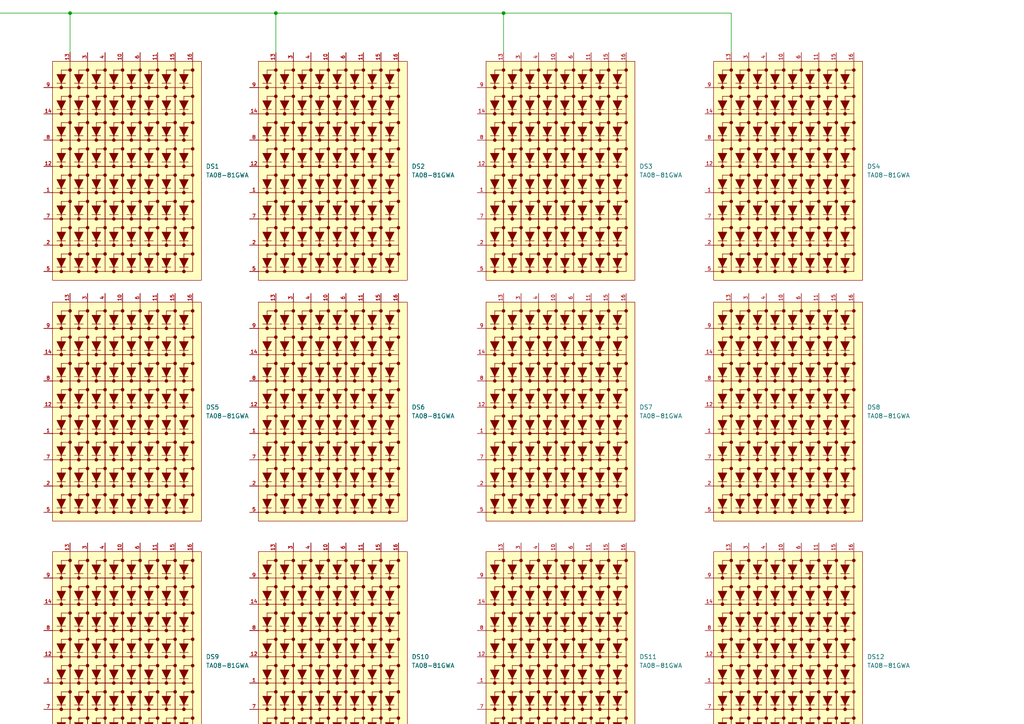
<source format=kicad_sch>
(kicad_sch (version 20231120) (generator "eeschema") (generator_version "8.0")
  (paper "A4")
  (lib_symbols
    (symbol "Device:D" (pin_numbers hide) (pin_names (offset 1.016) hide)
      (property "Reference" "D" (at 0 2.54 0))
      (property "Value" "D" (at 0 -2.54 0))
      (symbol "D_1_1"
        (pin passive line (at -3.81 0 0) (length 2.54) (name "K") (number "1"))
        (pin passive line (at 3.81 0 180) (length 2.54) (name "A") (number "2"))
      )
    )
    (symbol "MCU_Espressif:ESP32-PICO-D4"
      (property "Reference" "U" (at -17.78 39.37 0))
      (property "Value" "ESP32-PICO-D4" (at 3.81 39.37 0))
      (symbol "ESP32-PICO-D4_0_0"
        (pin power_in line (at -5.08 40.64 270) (length 2.54) (name "VDDA") (number "1"))
        (pin input line (at 20.32 -25.4 180) (length 2.54) (name "IO34") (number "10"))
        (pin input line (at 20.32 -27.94 180) (length 2.54) (name "IO35") (number "11"))
        (pin bidirectional line (at 20.32 -20.32 180) (length 2.54) (name "IO32") (number "12"))
        (pin bidirectional line (at 20.32 -22.86 180) (length 2.54) (name "IO33") (number "13"))
        (pin bidirectional line (at 20.32 -12.7 180) (length 2.54) (name "IO25") (number "14"))
        (pin bidirectional line (at 20.32 -15.24 180) (length 2.54) (name "IO26") (number "15"))
        (pin bidirectional line (at 20.32 -17.78 180) (length 2.54) (name "IO27") (number "16"))
        (pin bidirectional line (at 20.32 5.08 180) (length 2.54) (name "IO14") (number "17"))
        (pin bidirectional line (at 20.32 10.16 180) (length 2.54) (name "IO12") (number "18"))
        (pin power_in line (at 0 40.64 270) (length 2.54) (name "VDD3P3_RTC") (number "19"))
        (pin bidirectional line (at 20.32 35.56 180) (length 2.54) (name "LNA_IN") (number "2"))
        (pin bidirectional line (at 20.32 7.62 180) (length 2.54) (name "IO13") (number "20"))
        (pin bidirectional line (at 20.32 2.54 180) (length 2.54) (name "IO15") (number "21"))
        (pin bidirectional line (at 20.32 25.4 180) (length 2.54) (name "IO2") (number "22"))
        (pin bidirectional line (at 20.32 30.48 180) (length 2.54) (name "IO0") (number "23"))
        (pin bidirectional line (at 20.32 20.32 180) (length 2.54) (name "IO4") (number "24"))
        (pin bidirectional line (at -20.32 0 0) (length 2.54) (name "IO16") (number "25"))
        (pin power_out line (at 20.32 -33.02 180) (length 2.54) (name "VDD_SDIO") (number "26"))
        (pin bidirectional line (at -20.32 -2.54 0) (length 2.54) (name "IO17") (number "27"))
        (pin bidirectional line (at 20.32 15.24 180) (length 2.54) (name "SD2/IO9") (number "28"))
        (pin bidirectional line (at 20.32 12.7 180) (length 2.54) (name "SD3/IO10") (number "29"))
        (pin power_in line (at -2.54 40.64 270) (length 2.54) (name "VDDA3P3") (number "3"))
        (pin bidirectional line (at -20.32 -12.7 0) (length 2.54) (name "CMD") (number "30"))
        (pin bidirectional line (at -20.32 -10.16 0) (length 2.54) (name "CLK") (number "31"))
        (pin bidirectional line (at -20.32 -5.08 0) (length 2.54) (name "SD0") (number "32"))
        (pin bidirectional line (at -20.32 -7.62 0) (length 2.54) (name "SD1") (number "33"))
        (pin bidirectional line (at 20.32 17.78 180) (length 2.54) (name "IO5") (number "34"))
        (pin bidirectional line (at 20.32 0 180) (length 2.54) (name "IO18") (number "35"))
        (pin bidirectional line (at 20.32 -10.16 180) (length 2.54) (name "IO23") (number "36"))
        (pin power_in line (at 2.54 40.64 270) (length 2.54) (name "VDD3P3_CPU") (number "37"))
        (pin bidirectional line (at 20.32 -2.54 180) (length 2.54) (name "IO19") (number "38"))
        (pin bidirectional line (at 20.32 -7.62 180) (length 2.54) (name "IO22") (number "39"))
        (pin passive line (at -2.54 40.64 270) (length 2.54) hide (name "VDDA3P3") (number "4"))
        (pin bidirectional line (at 20.32 22.86 180) (length 2.54) (name "U0RXD/IO3") (number "40"))
        (pin bidirectional line (at 20.32 27.94 180) (length 2.54) (name "U0TXD/IO1") (number "41"))
        (pin bidirectional line (at 20.32 -5.08 180) (length 2.54) (name "IO21") (number "42"))
        (pin passive line (at -5.08 40.64 270) (length 2.54) hide (name "VDDA") (number "43"))
        (pin no_connect line (at -17.78 -25.4 0) (length 2.54) hide (name "XTAL_N_NC") (number "44"))
        (pin no_connect line (at -17.78 -27.94 0) (length 2.54) hide (name "XTAL_P_NC") (number "45"))
        (pin passive line (at -5.08 40.64 270) (length 2.54) hide (name "VDDA") (number "46"))
        (pin no_connect line (at -17.78 -30.48 0) (length 2.54) hide (name "CAP2_NC") (number "47"))
        (pin no_connect line (at -17.78 -33.02 0) (length 2.54) hide (name "CAP1_NC") (number "48"))
        (pin power_in line (at 0 -40.64 90) (length 2.54) (name "GND") (number "49"))
        (pin input line (at -20.32 30.48 0) (length 2.54) (name "SENSOR_VP") (number "5"))
        (pin input line (at -20.32 27.94 0) (length 2.54) (name "SENSOR_CAPP") (number "6"))
        (pin input line (at -20.32 25.4 0) (length 2.54) (name "SENSOR_CAPN") (number "7"))
        (pin input line (at -20.32 22.86 0) (length 2.54) (name "SENSOR_VN") (number "8"))
        (pin input line (at -20.32 35.56 0) (length 2.54) (name "EN") (number "9"))
      )
    )
    (symbol "TA08-81GWA:TA08-81GWA" (pin_names (offset 1.016))
      (property "Reference" "DS" (at -20.32 38.1 0))
      (property "Value" "TA08-81GWA" (at -20.32 -38.1 0))
      (symbol "TA08-81GWA_0_0"
        (pin passive line (at -22.86 -7.62 0) (length 2.54) (name "~") (number "1"))
        (pin passive line (at 0 33.02 270) (length 2.54) (name "~") (number "10"))
        (pin passive line (at 10.16 33.02 270) (length 2.54) (name "~") (number "11"))
        (pin passive line (at -22.86 0 0) (length 2.54) (name "~") (number "12"))
        (pin passive line (at -15.24 33.02 270) (length 2.54) (name "~") (number "13"))
        (pin passive line (at -22.86 15.24 0) (length 2.54) (name "~") (number "14"))
        (pin passive line (at 15.24 33.02 270) (length 2.54) (name "~") (number "15"))
        (pin passive line (at 20.32 33.02 270) (length 2.54) (name "~") (number "16"))
        (pin passive line (at -22.86 -22.86 0) (length 2.54) (name "~") (number "2"))
        (pin passive line (at -10.16 33.02 270) (length 2.54) (name "~") (number "3"))
        (pin passive line (at -5.08 33.02 270) (length 2.54) (name "~") (number "4"))
        (pin passive line (at -22.86 -30.48 0) (length 2.54) (name "~") (number "5"))
        (pin passive line (at 5.08 33.02 270) (length 2.54) (name "~") (number "6"))
        (pin passive line (at -22.86 -15.24 0) (length 2.54) (name "~") (number "7"))
        (pin passive line (at -22.86 7.62 0) (length 2.54) (name "~") (number "8"))
        (pin passive line (at -22.86 22.86 0) (length 2.54) (name "~") (number "9"))
      )
    )
  )
  (junction (at 146.05 3.81))
  (junction (at 20.32 3.81))
  (junction (at 80.01 3.81))
  (wire (pts (xy -69.85 -50.8) (xy -68.58 -50.8)))
  (wire (pts (xy -44.45 68.58) (xy -69.85 68.58)))
  (wire (pts (xy 80.01 3.81) (xy 80.01 15.24)))
  (wire (pts (xy 212.09 3.81) (xy 212.09 15.24)))
  (wire (pts (xy -69.85 68.58) (xy -69.85 -50.8)))
  (wire (pts (xy -34.29 3.81) (xy -34.29 68.58)))
  (wire (pts (xy 80.01 3.81) (xy 146.05 3.81)))
  (wire (pts (xy 146.05 3.81) (xy 212.09 3.81)))
  (wire (pts (xy 20.32 3.81) (xy -34.29 3.81)))
  (wire (pts (xy 146.05 3.81) (xy 146.05 15.24)))
  (wire (pts (xy -34.29 68.58) (xy -36.83 68.58)))
  (wire (pts (xy 20.32 3.81) (xy 80.01 3.81)))
  (wire (pts (xy 20.32 15.24) (xy 20.32 3.81)))
  (symbol (lib_id "Device:D") (at -40.64 95.25 0) (unit 1)
    (property "Reference" "D9" (at -40.64 90.17 0))
    (property "Value" "D" (at -40.64 92.71 0))
    (property "Description" "Diode" (effects (hide yes)))
    (property "Sim.Device" "D" (effects (hide yes)))
    (property "Sim.Pins" "1=K 2=A" (effects (hide yes)))
  )
  (symbol (lib_id "TA08-81GWA:TA08-81GWA") (at 227.33 118.11 0) (unit 1)
    (property "Reference" "DS8" (at 251.46 118.1099 0) (effects (justify left)))
    (property "Value" "TA08-81GWA" (at 251.46 120.6499 0) (effects (justify left)))
    (property "Footprint" "Parts:DISPLAY_TA08-81GWA" (effects (hide yes)))
    (property "MF" "Kingbright" (effects (hide yes)))
    (property "MAXIMUM_PACKAGE_HEIGHT" "6.0mm" (effects (hide yes)))
    (property "Package" "Package" (effects (hide yes)))
    (property "Price" "None" (effects (hide yes)))
    (property "Check_prices" "https://www.snapeda.com/parts/TA08-81GWA/Kingbright/view-part/?ref=eda" (effects (hide yes)))
    (property "STANDARD" "Manufacturer recommendations" (effects (hide yes)))
    (property "PARTREV" "V.11A" (effects (hide yes)))
    (property "SnapEDA_Link" "https://www.snapeda.com/parts/TA08-81GWA/Kingbright/view-part/?ref=snap" (effects (hide yes)))
    (property "MP" "TA08-81GWA" (effects (hide yes)))
    (property "Description_1" "\n                        \n                            DISPLAY, DOT MATRIX, 0.8, 8X8, GREEN; Display Dots x Lines: 8 x 8; LED Colour: Gr\n                        \n" (effects (hide yes)))
    (property "Availability" "In Stock" (effects (hide yes)))
    (property "MANUFACTURER" "Kingbright" (effects (hide yes)))
  )
  (symbol (lib_id "TA08-81GWA:TA08-81GWA") (at 35.56 190.5 0) (unit 1)
    (property "Reference" "DS9" (at 59.69 190.4999 0) (effects (justify left)))
    (property "Value" "TA08-81GWA" (at 59.69 193.0399 0) (effects (justify left)))
    (property "Footprint" "Parts:DISPLAY_TA08-81GWA" (effects (hide yes)))
    (property "MF" "Kingbright" (effects (hide yes)))
    (property "MAXIMUM_PACKAGE_HEIGHT" "6.0mm" (effects (hide yes)))
    (property "Package" "Package" (effects (hide yes)))
    (property "Price" "None" (effects (hide yes)))
    (property "Check_prices" "https://www.snapeda.com/parts/TA08-81GWA/Kingbright/view-part/?ref=eda" (effects (hide yes)))
    (property "STANDARD" "Manufacturer recommendations" (effects (hide yes)))
    (property "PARTREV" "V.11A" (effects (hide yes)))
    (property "SnapEDA_Link" "https://www.snapeda.com/parts/TA08-81GWA/Kingbright/view-part/?ref=snap" (effects (hide yes)))
    (property "MP" "TA08-81GWA" (effects (hide yes)))
    (property "Description_1" "\n                        \n                            DISPLAY, DOT MATRIX, 0.8, 8X8, GREEN; Display Dots x Lines: 8 x 8; LED Colour: Gr\n                        \n" (effects (hide yes)))
    (property "Availability" "In Stock" (effects (hide yes)))
    (property "MANUFACTURER" "Kingbright" (effects (hide yes)))
  )
  (symbol (lib_id "Device:D") (at -40.64 157.48 0) (unit 1)
    (property "Reference" "D2" (at -40.64 152.4 0))
    (property "Value" "D" (at -40.64 154.94 0))
    (property "Description" "Diode" (effects (hide yes)))
    (property "Sim.Device" "D" (effects (hide yes)))
    (property "Sim.Pins" "1=K 2=A" (effects (hide yes)))
  )
  (symbol (lib_id "Device:D") (at -40.64 166.37 0) (unit 1)
    (property "Reference" "D1" (at -40.64 161.29 0))
    (property "Value" "D" (at -40.64 163.83 0))
    (property "Description" "Diode" (effects (hide yes)))
    (property "Sim.Device" "D" (effects (hide yes)))
    (property "Sim.Pins" "1=K 2=A" (effects (hide yes)))
  )
  (symbol (lib_id "TA08-81GWA:TA08-81GWA") (at 161.29 118.11 0) (unit 1)
    (property "Reference" "DS7" (at 185.42 118.1099 0) (effects (justify left)))
    (property "Value" "TA08-81GWA" (at 185.42 120.6499 0) (effects (justify left)))
    (property "Footprint" "Parts:DISPLAY_TA08-81GWA" (effects (hide yes)))
    (property "MF" "Kingbright" (effects (hide yes)))
    (property "MAXIMUM_PACKAGE_HEIGHT" "6.0mm" (effects (hide yes)))
    (property "Package" "Package" (effects (hide yes)))
    (property "Price" "None" (effects (hide yes)))
    (property "Check_prices" "https://www.snapeda.com/parts/TA08-81GWA/Kingbright/view-part/?ref=eda" (effects (hide yes)))
    (property "STANDARD" "Manufacturer recommendations" (effects (hide yes)))
    (property "PARTREV" "V.11A" (effects (hide yes)))
    (property "SnapEDA_Link" "https://www.snapeda.com/parts/TA08-81GWA/Kingbright/view-part/?ref=snap" (effects (hide yes)))
    (property "MP" "TA08-81GWA" (effects (hide yes)))
    (property "Description_1" "\n                        \n                            DISPLAY, DOT MATRIX, 0.8, 8X8, GREEN; Display Dots x Lines: 8 x 8; LED Colour: Gr\n                        \n" (effects (hide yes)))
    (property "Availability" "In Stock" (effects (hide yes)))
    (property "MANUFACTURER" "Kingbright" (effects (hide yes)))
  )
  (symbol (lib_id "Device:D") (at -40.64 139.7 0) (unit 1)
    (property "Reference" "D3" (at -40.64 134.62 0))
    (property "Value" "D" (at -40.64 137.16 0))
    (property "Description" "Diode" (effects (hide yes)))
    (property "Sim.Device" "D" (effects (hide yes)))
    (property "Sim.Pins" "1=K 2=A" (effects (hide yes)))
  )
  (symbol (lib_id "MCU_Espressif:ESP32-PICO-D4") (at -48.26 -53.34 0) (unit 1)
    (property "Reference" "U2" (at -46.0659 -11.43 0) (effects (justify left)))
    (property "Value" "ESP32-PICO-D4" (at -46.0659 -10.16 0) (effects (justify left)))
    (property "Footprint" "Package_DFN_QFN:QFN-48-1EP_7x7mm_P0.5mm_EP5.3x5.3mm" (effects (hide yes)))
    (property "Datasheet" "https://www.espressif.com/sites/default/files/documentation/esp32-pico-d4_datasheet_en.pdf" (effects (hide yes)))
    (property "Description" "RF Module, ESP32 SoC, Wi-Fi 802.11b/g/n, Bluetooth, BLE, 32-bit, 2.7-3.6V, external antenna, QFN-48" (effects (hide yes)))
  )
  (symbol (lib_id "Device:D") (at -40.64 86.36 0) (unit 1)
    (property "Reference" "D12" (at -40.64 81.28 0))
    (property "Value" "D" (at -40.64 83.82 0))
    (property "Description" "Diode" (effects (hide yes)))
    (property "Sim.Device" "D" (effects (hide yes)))
    (property "Sim.Pins" "1=K 2=A" (effects (hide yes)))
  )
  (symbol (lib_id "Device:D") (at -40.64 121.92 0) (unit 1)
    (property "Reference" "D7" (at -40.64 116.84 0))
    (property "Value" "D" (at -40.64 119.38 0))
    (property "Description" "Diode" (effects (hide yes)))
    (property "Sim.Device" "D" (effects (hide yes)))
    (property "Sim.Pins" "1=K 2=A" (effects (hide yes)))
  )
  (symbol (lib_id "Device:D") (at -40.64 148.59 0) (unit 1)
    (property "Reference" "D4" (at -40.64 143.51 0))
    (property "Value" "D" (at -40.64 146.05 0))
    (property "Description" "Diode" (effects (hide yes)))
    (property "Sim.Device" "D" (effects (hide yes)))
    (property "Sim.Pins" "1=K 2=A" (effects (hide yes)))
  )
  (symbol (lib_id "TA08-81GWA:TA08-81GWA") (at 95.25 118.11 0) (unit 1)
    (property "Reference" "DS6" (at 119.38 118.1099 0) (effects (justify left)))
    (property "Value" "TA08-81GWA" (at 119.38 120.6499 0) (effects (justify left)))
    (property "Footprint" "Parts:DISPLAY_TA08-81GWA" (effects (hide yes)))
    (property "MF" "Kingbright" (effects (hide yes)))
    (property "MAXIMUM_PACKAGE_HEIGHT" "6.0mm" (effects (hide yes)))
    (property "Package" "Package" (effects (hide yes)))
    (property "Price" "None" (effects (hide yes)))
    (property "Check_prices" "https://www.snapeda.com/parts/TA08-81GWA/Kingbright/view-part/?ref=eda" (effects (hide yes)))
    (property "STANDARD" "Manufacturer recommendations" (effects (hide yes)))
    (property "PARTREV" "V.11A" (effects (hide yes)))
    (property "SnapEDA_Link" "https://www.snapeda.com/parts/TA08-81GWA/Kingbright/view-part/?ref=snap" (effects (hide yes)))
    (property "MP" "TA08-81GWA" (effects (hide yes)))
    (property "Description_1" "\n                        \n                            DISPLAY, DOT MATRIX, 0.8, 8X8, GREEN; Display Dots x Lines: 8 x 8; LED Colour: Gr\n                        \n" (effects (hide yes)))
    (property "Availability" "In Stock" (effects (hide yes)))
    (property "MANUFACTURER" "Kingbright" (effects (hide yes)))
  )
  (symbol (lib_id "TA08-81GWA:TA08-81GWA") (at 227.33 190.5 0) (unit 1)
    (property "Reference" "DS12" (at 251.46 190.4999 0) (effects (justify left)))
    (property "Value" "TA08-81GWA" (at 251.46 193.0399 0) (effects (justify left)))
    (property "Footprint" "Parts:DISPLAY_TA08-81GWA" (effects (hide yes)))
    (property "MF" "Kingbright" (effects (hide yes)))
    (property "MAXIMUM_PACKAGE_HEIGHT" "6.0mm" (effects (hide yes)))
    (property "Package" "Package" (effects (hide yes)))
    (property "Price" "None" (effects (hide yes)))
    (property "Check_prices" "https://www.snapeda.com/parts/TA08-81GWA/Kingbright/view-part/?ref=eda" (effects (hide yes)))
    (property "STANDARD" "Manufacturer recommendations" (effects (hide yes)))
    (property "PARTREV" "V.11A" (effects (hide yes)))
    (property "SnapEDA_Link" "https://www.snapeda.com/parts/TA08-81GWA/Kingbright/view-part/?ref=snap" (effects (hide yes)))
    (property "MP" "TA08-81GWA" (effects (hide yes)))
    (property "Description_1" "\n                        \n                            DISPLAY, DOT MATRIX, 0.8, 8X8, GREEN; Display Dots x Lines: 8 x 8; LED Colour: Gr\n                        \n" (effects (hide yes)))
    (property "Availability" "In Stock" (effects (hide yes)))
    (property "MANUFACTURER" "Kingbright" (effects (hide yes)))
  )
  (symbol (lib_id "Device:D") (at -40.64 77.47 0) (unit 1)
    (property "Reference" "D11" (at -40.64 72.39 0))
    (property "Value" "D" (at -40.64 74.93 0))
    (property "Description" "Diode" (effects (hide yes)))
    (property "Sim.Device" "D" (effects (hide yes)))
    (property "Sim.Pins" "1=K 2=A" (effects (hide yes)))
  )
  (symbol (lib_id "TA08-81GWA:TA08-81GWA") (at 161.29 48.26 0) (unit 1)
    (property "Reference" "DS3" (at 185.42 48.2599 0) (effects (justify left)))
    (property "Value" "TA08-81GWA" (at 185.42 50.7999 0) (effects (justify left)))
    (property "Footprint" "Parts:DISPLAY_TA08-81GWA" (effects (hide yes)))
    (property "MF" "Kingbright" (effects (hide yes)))
    (property "MAXIMUM_PACKAGE_HEIGHT" "6.0mm" (effects (hide yes)))
    (property "Package" "Package" (effects (hide yes)))
    (property "Price" "None" (effects (hide yes)))
    (property "Check_prices" "https://www.snapeda.com/parts/TA08-81GWA/Kingbright/view-part/?ref=eda" (effects (hide yes)))
    (property "STANDARD" "Manufacturer recommendations" (effects (hide yes)))
    (property "PARTREV" "V.11A" (effects (hide yes)))
    (property "SnapEDA_Link" "https://www.snapeda.com/parts/TA08-81GWA/Kingbright/view-part/?ref=snap" (effects (hide yes)))
    (property "MP" "TA08-81GWA" (effects (hide yes)))
    (property "Description_1" "\n                        \n                            DISPLAY, DOT MATRIX, 0.8, 8X8, GREEN; Display Dots x Lines: 8 x 8; LED Colour: Gr\n                        \n" (effects (hide yes)))
    (property "Availability" "In Stock" (effects (hide yes)))
    (property "MANUFACTURER" "Kingbright" (effects (hide yes)))
  )
  (symbol (lib_id "TA08-81GWA:TA08-81GWA") (at 95.25 48.26 0) (unit 1)
    (property "Reference" "DS2" (at 119.38 48.2599 0) (effects (justify left)))
    (property "Value" "TA08-81GWA" (at 119.38 50.7999 0) (effects (justify left)))
    (property "Footprint" "Parts:DISPLAY_TA08-81GWA" (effects (hide yes)))
    (property "MF" "Kingbright" (effects (hide yes)))
    (property "MAXIMUM_PACKAGE_HEIGHT" "6.0mm" (effects (hide yes)))
    (property "Package" "Package" (effects (hide yes)))
    (property "Price" "None" (effects (hide yes)))
    (property "Check_prices" "https://www.snapeda.com/parts/TA08-81GWA/Kingbright/view-part/?ref=eda" (effects (hide yes)))
    (property "STANDARD" "Manufacturer recommendations" (effects (hide yes)))
    (property "PARTREV" "V.11A" (effects (hide yes)))
    (property "SnapEDA_Link" "https://www.snapeda.com/parts/TA08-81GWA/Kingbright/view-part/?ref=snap" (effects (hide yes)))
    (property "MP" "TA08-81GWA" (effects (hide yes)))
    (property "Description_1" "\n                        \n                            DISPLAY, DOT MATRIX, 0.8, 8X8, GREEN; Display Dots x Lines: 8 x 8; LED Colour: Gr\n                        \n" (effects (hide yes)))
    (property "Availability" "In Stock" (effects (hide yes)))
    (property "MANUFACTURER" "Kingbright" (effects (hide yes)))
  )
  (symbol (lib_id "TA08-81GWA:TA08-81GWA") (at 35.56 118.11 0) (unit 1)
    (property "Reference" "DS5" (at 59.69 118.1099 0) (effects (justify left)))
    (property "Value" "TA08-81GWA" (at 59.69 120.6499 0) (effects (justify left)))
    (property "Footprint" "Parts:DISPLAY_TA08-81GWA" (effects (hide yes)))
    (property "MF" "Kingbright" (effects (hide yes)))
    (property "MAXIMUM_PACKAGE_HEIGHT" "6.0mm" (effects (hide yes)))
    (property "Package" "Package" (effects (hide yes)))
    (property "Price" "None" (effects (hide yes)))
    (property "Check_prices" "https://www.snapeda.com/parts/TA08-81GWA/Kingbright/view-part/?ref=eda" (effects (hide yes)))
    (property "STANDARD" "Manufacturer recommendations" (effects (hide yes)))
    (property "PARTREV" "V.11A" (effects (hide yes)))
    (property "SnapEDA_Link" "https://www.snapeda.com/parts/TA08-81GWA/Kingbright/view-part/?ref=snap" (effects (hide yes)))
    (property "MP" "TA08-81GWA" (effects (hide yes)))
    (property "Description_1" "\n                        \n                            DISPLAY, DOT MATRIX, 0.8, 8X8, GREEN; Display Dots x Lines: 8 x 8; LED Colour: Gr\n                        \n" (effects (hide yes)))
    (property "Availability" "In Stock" (effects (hide yes)))
    (property "MANUFACTURER" "Kingbright" (effects (hide yes)))
  )
  (symbol (lib_id "TA08-81GWA:TA08-81GWA") (at 35.56 48.26 0) (unit 1)
    (property "Reference" "DS1" (at 59.69 48.2599 0) (effects (justify left)))
    (property "Value" "TA08-81GWA" (at 59.69 50.7999 0) (effects (justify left)))
    (property "Footprint" "Parts:DISPLAY_TA08-81GWA" (effects (hide yes)))
    (property "MF" "Kingbright" (effects (hide yes)))
    (property "MAXIMUM_PACKAGE_HEIGHT" "6.0mm" (effects (hide yes)))
    (property "Package" "Package" (effects (hide yes)))
    (property "Price" "None" (effects (hide yes)))
    (property "Check_prices" "https://www.snapeda.com/parts/TA08-81GWA/Kingbright/view-part/?ref=eda" (effects (hide yes)))
    (property "STANDARD" "Manufacturer recommendations" (effects (hide yes)))
    (property "PARTREV" "V.11A" (effects (hide yes)))
    (property "SnapEDA_Link" "https://www.snapeda.com/parts/TA08-81GWA/Kingbright/view-part/?ref=snap" (effects (hide yes)))
    (property "MP" "TA08-81GWA" (effects (hide yes)))
    (property "Description_1" "\n                        \n                            DISPLAY, DOT MATRIX, 0.8, 8X8, GREEN; Display Dots x Lines: 8 x 8; LED Colour: Gr\n                        \n" (effects (hide yes)))
    (property "Availability" "In Stock" (effects (hide yes)))
    (property "MANUFACTURER" "Kingbright" (effects (hide yes)))
  )
  (symbol (lib_id "TA08-81GWA:TA08-81GWA") (at 161.29 190.5 0) (unit 1)
    (property "Reference" "DS11" (at 185.42 190.4999 0) (effects (justify left)))
    (property "Value" "TA08-81GWA" (at 185.42 193.0399 0) (effects (justify left)))
    (property "Footprint" "Parts:DISPLAY_TA08-81GWA" (effects (hide yes)))
    (property "MF" "Kingbright" (effects (hide yes)))
    (property "MAXIMUM_PACKAGE_HEIGHT" "6.0mm" (effects (hide yes)))
    (property "Package" "Package" (effects (hide yes)))
    (property "Price" "None" (effects (hide yes)))
    (property "Check_prices" "https://www.snapeda.com/parts/TA08-81GWA/Kingbright/view-part/?ref=eda" (effects (hide yes)))
    (property "STANDARD" "Manufacturer recommendations" (effects (hide yes)))
    (property "PARTREV" "V.11A" (effects (hide yes)))
    (property "SnapEDA_Link" "https://www.snapeda.com/parts/TA08-81GWA/Kingbright/view-part/?ref=snap" (effects (hide yes)))
    (property "MP" "TA08-81GWA" (effects (hide yes)))
    (property "Description_1" "\n                        \n                            DISPLAY, DOT MATRIX, 0.8, 8X8, GREEN; Display Dots x Lines: 8 x 8; LED Colour: Gr\n                        \n" (effects (hide yes)))
    (property "Availability" "In Stock" (effects (hide yes)))
    (property "MANUFACTURER" "Kingbright" (effects (hide yes)))
  )
  (symbol (lib_id "TA08-81GWA:TA08-81GWA") (at 95.25 190.5 0) (unit 1)
    (property "Reference" "DS10" (at 119.38 190.4999 0) (effects (justify left)))
    (property "Value" "TA08-81GWA" (at 119.38 193.0399 0) (effects (justify left)))
    (property "Footprint" "Parts:DISPLAY_TA08-81GWA" (effects (hide yes)))
    (property "MF" "Kingbright" (effects (hide yes)))
    (property "MAXIMUM_PACKAGE_HEIGHT" "6.0mm" (effects (hide yes)))
    (property "Package" "Package" (effects (hide yes)))
    (property "Price" "None" (effects (hide yes)))
    (property "Check_prices" "https://www.snapeda.com/parts/TA08-81GWA/Kingbright/view-part/?ref=eda" (effects (hide yes)))
    (property "STANDARD" "Manufacturer recommendations" (effects (hide yes)))
    (property "PARTREV" "V.11A" (effects (hide yes)))
    (property "SnapEDA_Link" "https://www.snapeda.com/parts/TA08-81GWA/Kingbright/view-part/?ref=snap" (effects (hide yes)))
    (property "MP" "TA08-81GWA" (effects (hide yes)))
    (property "Description_1" "\n                        \n                            DISPLAY, DOT MATRIX, 0.8, 8X8, GREEN; Display Dots x Lines: 8 x 8; LED Colour: Gr\n                        \n" (effects (hide yes)))
    (property "Availability" "In Stock" (effects (hide yes)))
    (property "MANUFACTURER" "Kingbright" (effects (hide yes)))
  )
  (symbol (lib_id "Device:D") (at -40.64 113.03 0) (unit 1)
    (property "Reference" "D6" (at -40.64 107.95 0))
    (property "Value" "D" (at -40.64 110.49 0))
    (property "Description" "Diode" (effects (hide yes)))
    (property "Sim.Device" "D" (effects (hide yes)))
    (property "Sim.Pins" "1=K 2=A" (effects (hide yes)))
  )
  (symbol (lib_id "TA08-81GWA:TA08-81GWA") (at 227.33 48.26 0) (unit 1)
    (property "Reference" "DS4" (at 251.46 48.2599 0) (effects (justify left)))
    (property "Value" "TA08-81GWA" (at 251.46 50.7999 0) (effects (justify left)))
    (property "Footprint" "Parts:DISPLAY_TA08-81GWA" (effects (hide yes)))
    (property "MF" "Kingbright" (effects (hide yes)))
    (property "MAXIMUM_PACKAGE_HEIGHT" "6.0mm" (effects (hide yes)))
    (property "Package" "Package" (effects (hide yes)))
    (property "Price" "None" (effects (hide yes)))
    (property "Check_prices" "https://www.snapeda.com/parts/TA08-81GWA/Kingbright/view-part/?ref=eda" (effects (hide yes)))
    (property "STANDARD" "Manufacturer recommendations" (effects (hide yes)))
    (property "PARTREV" "V.11A" (effects (hide yes)))
    (property "SnapEDA_Link" "https://www.snapeda.com/parts/TA08-81GWA/Kingbright/view-part/?ref=snap" (effects (hide yes)))
    (property "MP" "TA08-81GWA" (effects (hide yes)))
    (property "Description_1" "\n                        \n                            DISPLAY, DOT MATRIX, 0.8, 8X8, GREEN; Display Dots x Lines: 8 x 8; LED Colour: Gr\n                        \n" (effects (hide yes)))
    (property "Availability" "In Stock" (effects (hide yes)))
    (property "MANUFACTURER" "Kingbright" (effects (hide yes)))
  )
  (symbol (lib_id "Device:D") (at -40.64 130.81 0) (unit 1)
    (property "Reference" "D8" (at -40.64 125.73 0))
    (property "Value" "D" (at -40.64 128.27 0))
    (property "Description" "Diode" (effects (hide yes)))
    (property "Sim.Device" "D" (effects (hide yes)))
    (property "Sim.Pins" "1=K 2=A" (effects (hide yes)))
  )
  (symbol (lib_id "Device:D") (at -40.64 68.58 0) (unit 1)
    (property "Reference" "D10" (at -40.64 63.5 0))
    (property "Value" "D" (at -40.64 66.04 0))
    (property "Description" "Diode" (effects (hide yes)))
    (property "Sim.Device" "D" (effects (hide yes)))
    (property "Sim.Pins" "1=K 2=A" (effects (hide yes)))
  )
  (symbol (lib_id "Device:D") (at -40.64 104.14 0) (unit 1)
    (property "Reference" "D5" (at -40.64 99.06 0))
    (property "Value" "D" (at -40.64 101.6 0))
    (property "Description" "Diode" (effects (hide yes)))
    (property "Sim.Device" "D" (effects (hide yes)))
    (property "Sim.Pins" "1=K 2=A" (effects (hide yes)))
  )
)
</source>
